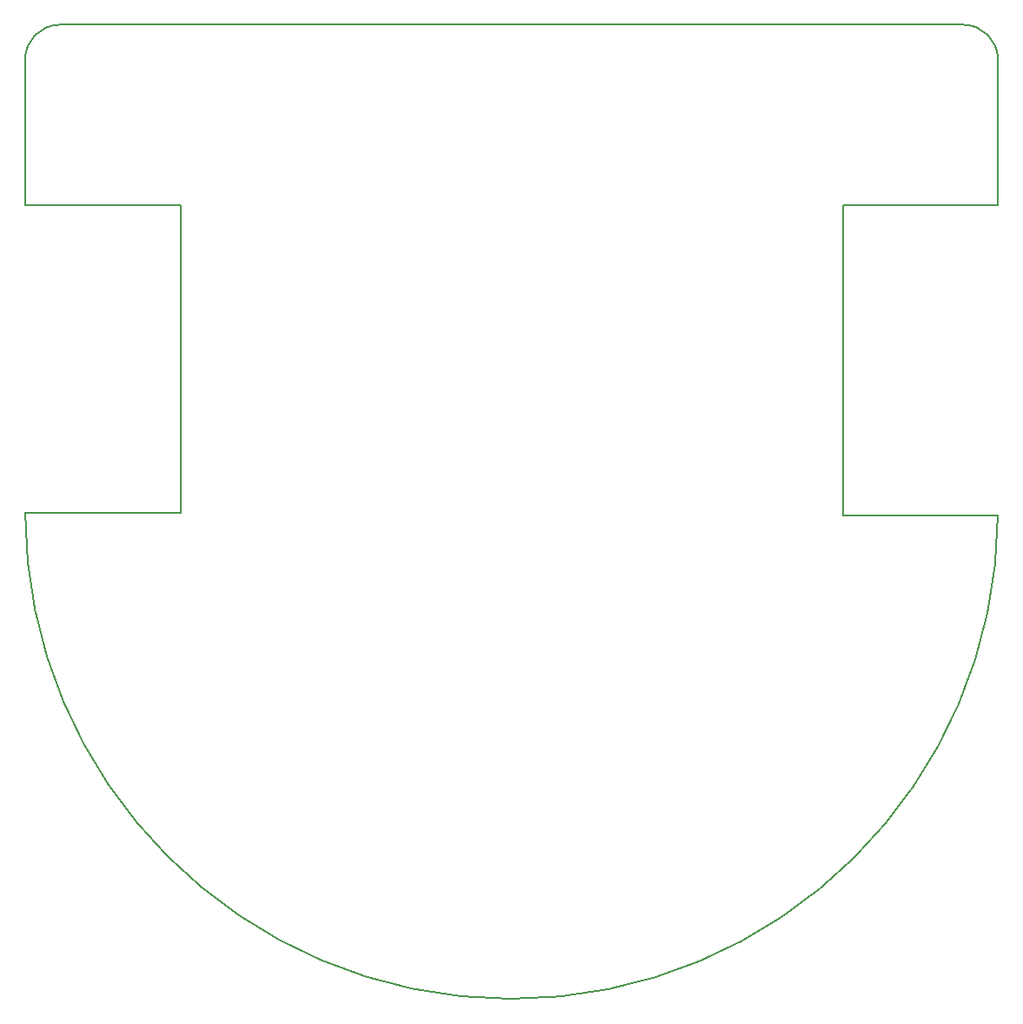
<source format=gbr>
G04 #@! TF.GenerationSoftware,KiCad,Pcbnew,(5.0.0-3-g5ebb6b6)*
G04 #@! TF.CreationDate,2020-04-03T00:44:59-07:00*
G04 #@! TF.ProjectId,mouse_v2,6D6F7573655F76322E6B696361645F70,rev?*
G04 #@! TF.SameCoordinates,Original*
G04 #@! TF.FileFunction,Profile,NP*
%FSLAX46Y46*%
G04 Gerber Fmt 4.6, Leading zero omitted, Abs format (unit mm)*
G04 Created by KiCad (PCBNEW (5.0.0-3-g5ebb6b6)) date Friday, April 03, 2020 at 12:44:59 AM*
%MOMM*%
%LPD*%
G01*
G04 APERTURE LIST*
%ADD10C,0.150000*%
G04 APERTURE END LIST*
D10*
X112587825Y-58023758D02*
G75*
G02X115920520Y-54653180I3370794J-1D01*
G01*
X203977242Y-54647885D02*
G75*
G02X207347820Y-57980580I-1J-3370794D01*
G01*
X112598200Y-72212200D02*
X112588040Y-58036460D01*
X207340200Y-72212200D02*
X207350360Y-57945020D01*
X112598200Y-72212200D02*
X127711200Y-72212200D01*
X192227200Y-72212200D02*
X207340200Y-72212200D01*
X207340200Y-102412800D02*
X192227200Y-102412800D01*
X112598200Y-102158800D02*
X127711200Y-102158800D01*
X207339519Y-102412796D02*
G75*
G02X112598200Y-102158800I-47370319J253996D01*
G01*
X192227200Y-72212200D02*
X192227200Y-102412800D01*
X115887500Y-54653180D02*
X204012800Y-54645560D01*
X127736600Y-102158800D02*
X127711200Y-72212200D01*
M02*

</source>
